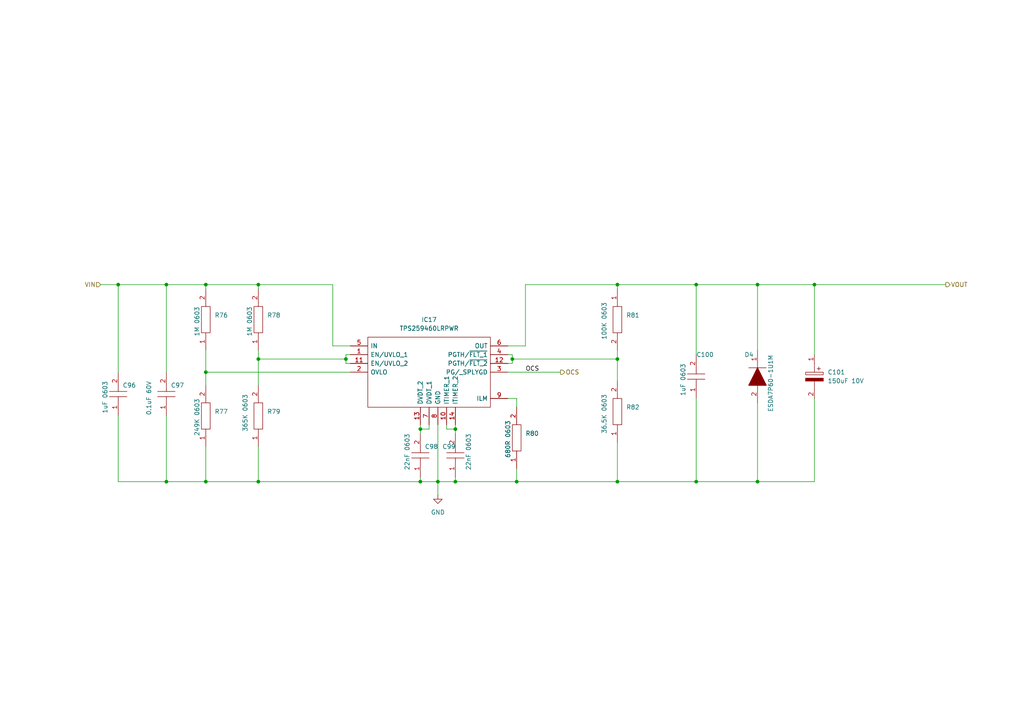
<source format=kicad_sch>
(kicad_sch (version 20211123) (generator eeschema)
  (paper "A4")
  (lib_symbols
    (symbol "cf33pwr:06035C104K4Z2A" (pin_names (offset 0.762))
      (property "Reference" "C" (at 8.89 6.35 0))
      (property "Value" "06035C104K4Z2A" (at 8.89 3.81 0))
      (symbol "06035C104K4Z2A_0_0"
        (pin passive line (at 0 0 0) (length 5.08) (name "~") (number "1"))
        (pin passive line (at 12.7 0 180) (length 5.08) (name "~") (number "2"))
      )
      (symbol "06035C104K4Z2A_0_1"
        (polyline (pts (xy 5.08 0) (xy 5.588 0)) (stroke (width 0.1524)))
        (polyline (pts (xy 5.588 2.54) (xy 5.588 -2.54)) (stroke (width 0.1524)))
        (polyline (pts (xy 7.112 0) (xy 7.62 0)) (stroke (width 0.1524)))
        (polyline (pts (xy 7.112 2.54) (xy 7.112 -2.54)) (stroke (width 0.1524)))
      )
    )
    (symbol "cf33pwr:06035C105KAT2A" (pin_names (offset 0.762))
      (property "Reference" "C" (at 8.89 6.35 0))
      (property "Value" "06035C105KAT2A" (at 8.89 3.81 0))
      (symbol "06035C105KAT2A_0_0"
        (pin passive line (at 0 0 0) (length 5.08) (name "~") (number "1"))
        (pin passive line (at 12.7 0 180) (length 5.08) (name "~") (number "2"))
      )
      (symbol "06035C105KAT2A_0_1"
        (polyline (pts (xy 5.08 0) (xy 5.588 0)) (stroke (width 0.1524)))
        (polyline (pts (xy 5.588 2.54) (xy 5.588 -2.54)) (stroke (width 0.1524)))
        (polyline (pts (xy 7.112 0) (xy 7.62 0)) (stroke (width 0.1524)))
        (polyline (pts (xy 7.112 2.54) (xy 7.112 -2.54)) (stroke (width 0.1524)))
      )
    )
    (symbol "cf33pwr:885382206003" (pin_names (offset 0.762))
      (property "Reference" "C" (at 8.89 6.35 0))
      (property "Value" "885382206003" (at 8.89 3.81 0))
      (symbol "885382206003_0_0"
        (pin passive line (at 0 0 0) (length 5.08) (name "~") (number "1"))
        (pin passive line (at 12.7 0 180) (length 5.08) (name "~") (number "2"))
      )
      (symbol "885382206003_0_1"
        (polyline (pts (xy 5.08 0) (xy 5.588 0)) (stroke (width 0.1524)))
        (polyline (pts (xy 5.588 2.54) (xy 5.588 -2.54)) (stroke (width 0.1524)))
        (polyline (pts (xy 7.112 0) (xy 7.62 0)) (stroke (width 0.1524)))
        (polyline (pts (xy 7.112 2.54) (xy 7.112 -2.54)) (stroke (width 0.1524)))
      )
    )
    (symbol "cf33pwr:CR0603-FX-3652ELF" (pin_names (offset 0.762))
      (property "Reference" "R" (at 13.97 6.35 0))
      (property "Value" "CR0603-FX-3652ELF" (at 13.97 3.81 0))
      (symbol "CR0603-FX-3652ELF_0_0"
        (pin passive line (at 0 0 0) (length 5.08) (name "~") (number "1"))
        (pin passive line (at 17.78 0 180) (length 5.08) (name "~") (number "2"))
      )
      (symbol "CR0603-FX-3652ELF_0_1"
        (polyline (pts (xy 5.08 1.27) (xy 12.7 1.27) (xy 12.7 -1.27) (xy 5.08 -1.27) (xy 5.08 1.27)) (stroke (width 0.1524)))
      )
    )
    (symbol "cf33pwr:CRCW0603249KFKEB" (pin_names (offset 0.762))
      (property "Reference" "R" (at 13.97 6.35 0))
      (property "Value" "CRCW0603249KFKEB" (at 13.97 3.81 0))
      (symbol "CRCW0603249KFKEB_0_0"
        (pin passive line (at 0 0 0) (length 5.08) (name "~") (number "1"))
        (pin passive line (at 17.78 0 180) (length 5.08) (name "~") (number "2"))
      )
      (symbol "CRCW0603249KFKEB_0_1"
        (polyline (pts (xy 5.08 1.27) (xy 12.7 1.27) (xy 12.7 -1.27) (xy 5.08 -1.27) (xy 5.08 1.27)) (stroke (width 0.1524)))
      )
    )
    (symbol "cf33pwr:ESDA7P60-1U1M" (pin_names (offset 0.762))
      (property "Reference" "D" (at 11.43 5.08 0))
      (property "Value" "ESDA7P60-1U1M" (at 11.43 2.54 0))
      (symbol "ESDA7P60-1U1M_0_0"
        (pin passive line (at 0 0 0) (length 5.08) (name "~") (number "1"))
        (pin passive line (at 15.24 0 180) (length 5.08) (name "~") (number "2"))
      )
      (symbol "ESDA7P60-1U1M_0_1"
        (polyline (pts (xy 5.08 2.54) (xy 5.08 -2.54)) (stroke (width 0.1524)))
        (polyline (pts (xy 5.08 0) (xy 10.16 2.54) (xy 10.16 -2.54) (xy 5.08 0)) (stroke (width 0.254)) (fill (type outline)))
      )
    )
    (symbol "cf33pwr:RC0603FR-07100KL" (pin_names (offset 0.762))
      (property "Reference" "R" (at 13.97 6.35 0))
      (property "Value" "RC0603FR-07100KL" (at 13.97 3.81 0))
      (symbol "RC0603FR-07100KL_0_0"
        (pin passive line (at 0 0 0) (length 5.08) (name "~") (number "1"))
        (pin passive line (at 17.78 0 180) (length 5.08) (name "~") (number "2"))
      )
      (symbol "RC0603FR-07100KL_0_1"
        (polyline (pts (xy 5.08 1.27) (xy 12.7 1.27) (xy 12.7 -1.27) (xy 5.08 -1.27) (xy 5.08 1.27)) (stroke (width 0.1524)))
      )
    )
    (symbol "cf33pwr:RC0603FR-071ML" (pin_names (offset 0.762))
      (property "Reference" "R" (at 13.97 6.35 0))
      (property "Value" "RC0603FR-071ML" (at 13.97 3.81 0))
      (symbol "RC0603FR-071ML_0_0"
        (pin passive line (at 0 0 0) (length 5.08) (name "~") (number "1"))
        (pin passive line (at 17.78 0 180) (length 5.08) (name "~") (number "2"))
      )
      (symbol "RC0603FR-071ML_0_1"
        (polyline (pts (xy 5.08 1.27) (xy 12.7 1.27) (xy 12.7 -1.27) (xy 5.08 -1.27) (xy 5.08 1.27)) (stroke (width 0.1524)))
      )
    )
    (symbol "cf33pwr:TPS259460LRPWR" (pin_names (offset 0.762))
      (property "Reference" "IC" (at 41.91 7.62 0))
      (property "Value" "TPS259460LRPWR" (at 41.91 5.08 0))
      (symbol "TPS259460LRPWR_0_0"
        (pin passive line (at 0 -2.54 0) (length 5.08) (name "EN/UVLO_1") (number "1"))
        (pin passive line (at 27.94 -22.86 90) (length 5.08) (name "ITIMER_1") (number "10"))
        (pin passive line (at 0 -5.08 0) (length 5.08) (name "EN/UVLO_2") (number "11"))
        (pin passive line (at 45.72 -5.08 180) (length 5.08) (name "PGTH/~{FLT_2}") (number "12"))
        (pin passive line (at 20.32 -22.86 90) (length 5.08) (name "DVDT_2") (number "13"))
        (pin passive line (at 30.48 -22.86 90) (length 5.08) (name "ITIMER_2") (number "14"))
        (pin passive line (at 0 -7.62 0) (length 5.08) (name "OVLO") (number "2"))
        (pin passive line (at 45.72 -7.62 180) (length 5.08) (name "PG/_SPLYGD") (number "3"))
        (pin passive line (at 45.72 -2.54 180) (length 5.08) (name "PGTH/~{FLT_1}") (number "4"))
        (pin passive line (at 0 0 0) (length 5.08) (name "IN") (number "5"))
        (pin passive line (at 45.72 0 180) (length 5.08) (name "OUT") (number "6"))
        (pin passive line (at 22.86 -22.86 90) (length 5.08) (name "DVDT_1") (number "7"))
        (pin passive line (at 25.4 -22.86 90) (length 5.08) (name "GND") (number "8"))
        (pin passive line (at 45.72 -15.24 180) (length 5.08) (name "ILM") (number "9"))
      )
      (symbol "TPS259460LRPWR_0_1"
        (polyline (pts (xy 5.08 2.54) (xy 40.64 2.54) (xy 40.64 -17.78) (xy 5.08 -17.78) (xy 5.08 2.54)) (stroke (width 0.1524)))
      )
    )
    (symbol "global_lib:10TPB150MGL" (pin_names (offset 0.762))
      (property "Reference" "C" (at 8.89 6.35 0))
      (property "Value" "10TPB150MGL" (at 8.89 3.81 0))
      (symbol "10TPB150MGL_0_0"
        (pin passive line (at 0 0 0) (length 2.54) (name "~") (number "1"))
        (pin passive line (at 12.7 0 180) (length 2.54) (name "~") (number "2"))
      )
      (symbol "10TPB150MGL_0_1"
        (polyline (pts (xy 2.54 0) (xy 5.08 0)) (stroke (width 0.1524)))
        (polyline (pts (xy 4.064 1.778) (xy 4.064 0.762)) (stroke (width 0.1524)))
        (polyline (pts (xy 4.572 1.27) (xy 3.556 1.27)) (stroke (width 0.1524)))
        (polyline (pts (xy 7.62 0) (xy 10.16 0)) (stroke (width 0.1524)))
        (polyline (pts (xy 5.08 2.54) (xy 5.08 -2.54) (xy 5.842 -2.54) (xy 5.842 2.54) (xy 5.08 2.54)) (stroke (width 0.1524)))
        (polyline (pts (xy 7.62 2.54) (xy 7.62 -2.54) (xy 6.858 -2.54) (xy 6.858 2.54) (xy 7.62 2.54)) (stroke (width 0.254)) (fill (type outline)))
      )
    )
    (symbol "global_lib:CR0603-FX-3653ELF" (pin_names (offset 0.762))
      (property "Reference" "R" (at 13.97 6.35 0))
      (property "Value" "CR0603-FX-3653ELF" (at 13.97 3.81 0))
      (symbol "CR0603-FX-3653ELF_0_0"
        (pin passive line (at 0 0 0) (length 5.08) (name "~") (number "1"))
        (pin passive line (at 17.78 0 180) (length 5.08) (name "~") (number "2"))
      )
      (symbol "CR0603-FX-3653ELF_0_1"
        (polyline (pts (xy 5.08 1.27) (xy 12.7 1.27) (xy 12.7 -1.27) (xy 5.08 -1.27) (xy 5.08 1.27)) (stroke (width 0.1524)))
      )
    )
    (symbol "global_lib:CRGH0603F680R" (pin_names (offset 0.762))
      (property "Reference" "R" (at 13.97 6.35 0))
      (property "Value" "CRGH0603F680R" (at 13.97 3.81 0))
      (symbol "CRGH0603F680R_0_0"
        (pin passive line (at 0 0 0) (length 5.08) (name "~") (number "1"))
        (pin passive line (at 17.78 0 180) (length 5.08) (name "~") (number "2"))
      )
      (symbol "CRGH0603F680R_0_1"
        (polyline (pts (xy 5.08 1.27) (xy 12.7 1.27) (xy 12.7 -1.27) (xy 5.08 -1.27) (xy 5.08 1.27)) (stroke (width 0.1524)))
      )
    )
    (symbol "power:GND" (power) (pin_names (offset 0))
      (property "Value" "GND" (at 0 -3.81 0))
      (symbol "GND_0_1"
        (polyline (pts (xy 0 0) (xy 0 -1.27) (xy 1.27 -1.27) (xy 0 -2.54) (xy -1.27 -1.27) (xy 0 -1.27)))
      )
      (symbol "GND_1_1"
        (pin power_in line (at 0 0 270) (length 0) hide (name "GND") (number "1"))
      )
    )
  )
  (junction (at 149.86 139.7))
  (junction (at 219.71 82.55))
  (junction (at 179.07 104.14))
  (junction (at 34.29 82.55))
  (junction (at 74.93 82.55))
  (junction (at 219.71 139.7))
  (junction (at 127 139.7))
  (junction (at 48.26 139.7))
  (junction (at 132.08 124.46))
  (junction (at 148.59 104.14))
  (junction (at 201.93 139.7))
  (junction (at 179.07 82.55))
  (junction (at 201.93 82.55))
  (junction (at 100.33 104.14))
  (junction (at 179.07 139.7))
  (junction (at 48.26 82.55))
  (junction (at 74.93 104.14))
  (junction (at 236.22 82.55))
  (junction (at 74.93 139.7))
  (junction (at 132.08 139.7))
  (junction (at 59.69 139.7))
  (junction (at 121.92 139.7))
  (junction (at 59.69 107.95))
  (junction (at 59.69 82.55))
  (junction (at 121.92 124.46))
  (wire (pts (xy 74.93 129.54) (xy 74.93 139.7)))
  (wire (pts (xy 121.92 138.43) (xy 121.92 139.7)))
  (wire (pts (xy 179.07 101.6) (xy 179.07 104.14)))
  (wire (pts (xy 74.93 104.14) (xy 100.33 104.14)))
  (wire (pts (xy 148.59 105.41) (xy 148.59 104.14)))
  (wire (pts (xy 179.07 139.7) (xy 149.86 139.7)))
  (wire (pts (xy 236.22 82.55) (xy 236.22 102.87)))
  (wire (pts (xy 236.22 82.55) (xy 274.32 82.55)))
  (wire (pts (xy 34.29 139.7) (xy 48.26 139.7)))
  (wire (pts (xy 179.07 104.14) (xy 179.07 110.49)))
  (wire (pts (xy 219.71 116.84) (xy 219.71 139.7)))
  (wire (pts (xy 149.86 115.57) (xy 147.32 115.57)))
  (wire (pts (xy 179.07 139.7) (xy 201.93 139.7)))
  (wire (pts (xy 149.86 139.7) (xy 132.08 139.7)))
  (wire (pts (xy 121.92 123.19) (xy 121.92 124.46)))
  (wire (pts (xy 179.07 82.55) (xy 179.07 83.82)))
  (wire (pts (xy 59.69 107.95) (xy 59.69 111.76)))
  (wire (pts (xy 74.93 101.6) (xy 74.93 104.14)))
  (wire (pts (xy 148.59 104.14) (xy 148.59 102.87)))
  (wire (pts (xy 148.59 104.14) (xy 179.07 104.14)))
  (wire (pts (xy 74.93 82.55) (xy 74.93 83.82)))
  (wire (pts (xy 59.69 83.82) (xy 59.69 82.55)))
  (wire (pts (xy 179.07 82.55) (xy 201.93 82.55)))
  (wire (pts (xy 101.6 102.87) (xy 100.33 102.87)))
  (wire (pts (xy 100.33 105.41) (xy 101.6 105.41)))
  (wire (pts (xy 201.93 139.7) (xy 219.71 139.7)))
  (wire (pts (xy 148.59 102.87) (xy 147.32 102.87)))
  (wire (pts (xy 34.29 120.65) (xy 34.29 139.7)))
  (wire (pts (xy 201.93 115.57) (xy 201.93 139.7)))
  (wire (pts (xy 149.86 118.11) (xy 149.86 115.57)))
  (wire (pts (xy 48.26 139.7) (xy 59.69 139.7)))
  (wire (pts (xy 127 139.7) (xy 127 143.51)))
  (wire (pts (xy 96.52 100.33) (xy 101.6 100.33)))
  (wire (pts (xy 48.26 82.55) (xy 59.69 82.55)))
  (wire (pts (xy 149.86 135.89) (xy 149.86 139.7)))
  (wire (pts (xy 121.92 124.46) (xy 121.92 125.73)))
  (wire (pts (xy 236.22 115.57) (xy 236.22 139.7)))
  (wire (pts (xy 100.33 102.87) (xy 100.33 104.14)))
  (wire (pts (xy 59.69 82.55) (xy 74.93 82.55)))
  (wire (pts (xy 147.32 105.41) (xy 148.59 105.41)))
  (wire (pts (xy 147.32 107.95) (xy 162.56 107.95)))
  (wire (pts (xy 132.08 138.43) (xy 132.08 139.7)))
  (wire (pts (xy 129.54 124.46) (xy 132.08 124.46)))
  (wire (pts (xy 96.52 82.55) (xy 96.52 100.33)))
  (wire (pts (xy 201.93 82.55) (xy 219.71 82.55)))
  (wire (pts (xy 48.26 82.55) (xy 48.26 107.95)))
  (wire (pts (xy 34.29 82.55) (xy 34.29 107.95)))
  (wire (pts (xy 219.71 82.55) (xy 236.22 82.55)))
  (wire (pts (xy 152.4 100.33) (xy 152.4 82.55)))
  (wire (pts (xy 48.26 120.65) (xy 48.26 139.7)))
  (wire (pts (xy 219.71 139.7) (xy 236.22 139.7)))
  (wire (pts (xy 152.4 82.55) (xy 179.07 82.55)))
  (wire (pts (xy 127 139.7) (xy 121.92 139.7)))
  (wire (pts (xy 59.69 107.95) (xy 101.6 107.95)))
  (wire (pts (xy 132.08 123.19) (xy 132.08 124.46)))
  (wire (pts (xy 59.69 101.6) (xy 59.69 107.95)))
  (wire (pts (xy 219.71 82.55) (xy 219.71 101.6)))
  (wire (pts (xy 59.69 129.54) (xy 59.69 139.7)))
  (wire (pts (xy 74.93 82.55) (xy 96.52 82.55)))
  (wire (pts (xy 152.4 100.33) (xy 147.32 100.33)))
  (wire (pts (xy 74.93 104.14) (xy 74.93 111.76)))
  (wire (pts (xy 121.92 139.7) (xy 74.93 139.7)))
  (wire (pts (xy 59.69 139.7) (xy 74.93 139.7)))
  (wire (pts (xy 127 123.19) (xy 127 139.7)))
  (wire (pts (xy 132.08 124.46) (xy 132.08 125.73)))
  (wire (pts (xy 132.08 139.7) (xy 127 139.7)))
  (wire (pts (xy 129.54 123.19) (xy 129.54 124.46)))
  (wire (pts (xy 29.21 82.55) (xy 34.29 82.55)))
  (wire (pts (xy 124.46 123.19) (xy 124.46 124.46)))
  (wire (pts (xy 179.07 128.27) (xy 179.07 139.7)))
  (wire (pts (xy 34.29 82.55) (xy 48.26 82.55)))
  (wire (pts (xy 100.33 104.14) (xy 100.33 105.41)))
  (wire (pts (xy 121.92 124.46) (xy 124.46 124.46)))
  (wire (pts (xy 201.93 102.87) (xy 201.93 82.55)))
  (label "OCS" (at 152.4 107.95 0))
  (hierarchical_label "VOUT" (shape output) (at 274.32 82.55 0))
  (hierarchical_label "VIN" (shape input) (at 29.21 82.55 180))
  (hierarchical_label "OCS" (shape output) (at 162.56 107.95 0))
  (symbol (lib_id "cf33pwr:06035C105KAT2A") (at 34.29 120.65 90)
    (property "Reference" "C96" (at 35.56 111.76 90) (effects (justify right)))
    (property "Value" "1uF 0603" (at 30.48 110.49 0) (effects (justify right)))
    (property "Footprint" "C_0603_1608Metric" (effects hide))
    (property "Datasheet" "https://componentsearchengine.com/Datasheets/1/06031A100FAT2A.pdf" (effects hide))
    (property "Description" "Multilayer Ceramic Capacitors MLCC - SMD/SMT 1.0UF    50V   10%        0603" (effects hide))
    (property "Height" "0.9" (effects hide))
    (property "Manufacturer_Name" "AVX" (effects hide))
    (property "Manufacturer_Part_Number" "06035C105KAT2A" (effects hide))
    (property "Mouser Part Number" "581-06035C105KAT2A" (effects hide))
    (property "Mouser Price/Stock" "https://www.mouser.co.uk/ProductDetail/AVX/06035C105KAT2A/?qs=%252BdQmOuGyFcGCdIIWh6fU7Q%3D%3D" (effects hide))
    (property "Arrow Part Number" "06035C105KAT2A" (effects hide))
    (property "Arrow Price/Stock" "https://www.arrow.com/en/products/06035c105kat2a/avx" (effects hide))
  )
  (symbol (lib_id "global_lib:10TPB150MGL") (at 236.22 102.87 270)
    (property "Reference" "C101" (at 240.03 107.9499 90) (effects (justify left)))
    (property "Value" "150uF 10V" (at 240.03 110.4899 90) (effects (justify left)))
    (property "Footprint" "10TPB150MGL" (effects hide))
    (property "Datasheet" "https://industrial.panasonic.com/cdbs/www-data/pdf/AAA8000/AAA8000C65.pdf" (effects hide))
    (property "Description" "Tantalum Capacitors - Polymer 10VDC 150uF 20% ESR 55mOhm" (effects hide))
    (property "Height" "3" (effects hide))
    (property "Manufacturer_Name" "Panasonic" (effects hide))
    (property "Manufacturer_Part_Number" "10TPB150MGL" (effects hide))
    (property "Mouser Part Number" "667-10TPB150MGL" (effects hide))
    (property "Mouser Price/Stock" "https://www.mouser.co.uk/ProductDetail/Panasonic/10TPB150MGL?qs=4qgZ1GHix0VE2sQXH4BwGw%3D%3D" (effects hide))
    (property "Arrow Part Number" "10TPB150MGL" (effects hide))
    (property "Arrow Price/Stock" "https://www.arrow.com/en/products/10tpb150mgl/panasonic?region=nac" (effects hide))
  )
  (symbol (lib_id "cf33pwr:RC0603FR-071ML") (at 74.93 101.6 90)
    (property "Reference" "R78" (at 77.47 91.4399 90) (effects (justify right)))
    (property "Value" "1M 0603" (at 72.39 88.9 0) (effects (justify right)))
    (property "Footprint" "R_0603_1608Metric" (effects hide))
    (property "Datasheet" "https://www.yageo.com/upload/media/product/productsearch/datasheet/rchip/PYu-RC_Group_51_RoHS_L_11.pdf" (effects hide))
    (property "Description" "YAGEO (PHYCOMP) - RC0603FR-071ML - RES, THICK FILM, 1M, 1%, 0.1W, 0603" (effects hide))
    (property "Height" "0.55" (effects hide))
    (property "Manufacturer_Name" "YAGEO (PHYCOMP)" (effects hide))
    (property "Manufacturer_Part_Number" "RC0603FR-071ML" (effects hide))
    (property "Mouser Part Number" "603-RC0603FR-071ML" (effects hide))
    (property "Mouser Price/Stock" "https://www.mouser.co.uk/ProductDetail/YAGEO/RC0603FR-071ML?qs=VU8sRB4EgwDPceeQKB324w%3D%3D" (effects hide))
    (property "Arrow Part Number" "RC0603FR-071ML" (effects hide))
    (property "Arrow Price/Stock" "https://www.arrow.com/en/products/rc0603fr-071ml/yageo?region=europe" (effects hide))
  )
  (symbol (lib_id "cf33pwr:RC0603FR-071ML") (at 59.69 101.6 90)
    (property "Reference" "R76" (at 62.23 91.4399 90) (effects (justify right)))
    (property "Value" "1M 0603" (at 57.15 88.9 0) (effects (justify right)))
    (property "Footprint" "R_0603_1608Metric" (effects hide))
    (property "Datasheet" "https://www.yageo.com/upload/media/product/productsearch/datasheet/rchip/PYu-RC_Group_51_RoHS_L_11.pdf" (effects hide))
    (property "Description" "YAGEO (PHYCOMP) - RC0603FR-071ML - RES, THICK FILM, 1M, 1%, 0.1W, 0603" (effects hide))
    (property "Height" "0.55" (effects hide))
    (property "Manufacturer_Name" "YAGEO (PHYCOMP)" (effects hide))
    (property "Manufacturer_Part_Number" "RC0603FR-071ML" (effects hide))
    (property "Mouser Part Number" "603-RC0603FR-071ML" (effects hide))
    (property "Mouser Price/Stock" "https://www.mouser.co.uk/ProductDetail/YAGEO/RC0603FR-071ML?qs=VU8sRB4EgwDPceeQKB324w%3D%3D" (effects hide))
    (property "Arrow Part Number" "RC0603FR-071ML" (effects hide))
    (property "Arrow Price/Stock" "https://www.arrow.com/en/products/rc0603fr-071ml/yageo?region=europe" (effects hide))
  )
  (symbol (lib_id "cf33pwr:885382206003") (at 132.08 138.43 90)
    (property "Reference" "C99" (at 128.27 129.54 90) (effects (justify right)))
    (property "Value" "22nF 0603" (at 135.89 125.73 0) (effects (justify right)))
    (property "Footprint" "C_0603_1608Metric" (effects hide))
    (property "Datasheet" "https://katalog.we-online.com/pbs/datasheet/885382206003.pdf" (effects hide))
    (property "Description" "Multilayer Ceramic Chip Capacitor WCAP-CSST Series 0603 22000pF X7R0603223K050DFCT1S000" (effects hide))
    (property "Height" "0.87" (effects hide))
    (property "Manufacturer_Name" "Wurth Elektronik" (effects hide))
    (property "Manufacturer_Part_Number" "885382206003" (effects hide))
    (property "Mouser Part Number" "710-885382206003" (effects hide))
    (property "Mouser Price/Stock" "https://www.mouser.co.uk/ProductDetail/Wurth-Elektronik/885382206003?qs=0lSvoLzn4L%252B83RgOU%2FBlQw%3D%3D" (effects hide))
  )
  (symbol (lib_id "cf33pwr:CRCW0603249KFKEB") (at 59.69 129.54 90)
    (property "Reference" "R77" (at 62.23 119.38 90) (effects (justify right)))
    (property "Value" "249K 0603" (at 57.15 115.57 0) (effects (justify right)))
    (property "Footprint" "R_0603_1608Metric" (effects hide))
    (property "Datasheet" "http://www.vishay.com/docs/20035/dcrcwe3.pdf" (effects hide))
    (property "Description" "Standard Thick Film Chip Resistors value 249K ohm." (effects hide))
    (property "Height" "0.5" (effects hide))
    (property "Manufacturer_Name" "Vishay" (effects hide))
    (property "Manufacturer_Part_Number" "CRCW0603249KFKEB" (effects hide))
    (property "Mouser Part Number" "71-CRCW0603249KFKEB" (effects hide))
    (property "Mouser Price/Stock" "https://www.mouser.co.uk/ProductDetail/Vishay-Dale/CRCW0603249KFKEB?qs=Od6kYLRtj3nbQPj1iGLW7A%3D%3D" (effects hide))
  )
  (symbol (lib_id "cf33pwr:CR0603-FX-3652ELF") (at 179.07 128.27 90)
    (property "Reference" "R82" (at 181.61 118.1099 90) (effects (justify right)))
    (property "Value" "36.5K 0603" (at 175.26 114.3 0) (effects (justify right)))
    (property "Footprint" "R_0603_1608Metric" (effects hide))
    (property "Datasheet" "https://www.bourns.com/pdfs/chpreztr.pdf" (effects hide))
    (property "Description" "Bourns Chip Resistors CR0603 series 3652" (effects hide))
    (property "Height" "0.55" (effects hide))
    (property "Manufacturer_Name" "Bourns" (effects hide))
    (property "Manufacturer_Part_Number" "CR0603-FX-3652ELF" (effects hide))
  )
  (symbol (lib_id "cf33pwr:RC0603FR-07100KL") (at 179.07 83.82 270)
    (property "Reference" "R81" (at 181.61 91.4399 90) (effects (justify left)))
    (property "Value" "100K 0603" (at 175.26 87.63 0) (effects (justify left)))
    (property "Footprint" "R_0603_1608Metric" (effects hide))
    (property "Datasheet" "https://datasheet.datasheetarchive.com/originals/distributors/Datasheets_SAMA/902f9e387b938f871d31120f5fc1d65e.pdf" (effects hide))
    (property "Description" "YAGEO (PHYCOMP) - RC0603FR-07100KL - RES, THICK FILM, 100K, 1%, 0.1W, 0603" (effects hide))
    (property "Height" "0.55" (effects hide))
    (property "Manufacturer_Name" "YAGEO (PHYCOMP)" (effects hide))
    (property "Manufacturer_Part_Number" "RC0603FR-07100KL" (effects hide))
    (property "Mouser Part Number" "603-RC0603FR-07100KL" (effects hide))
    (property "Mouser Price/Stock" "https://www.mouser.co.uk/ProductDetail/YAGEO/RC0603FR-07100KL?qs=e1ok2LiJcmaihem8Va5%2Fsw%3D%3D" (effects hide))
    (property "Arrow Part Number" "RC0603FR-07100KL" (effects hide))
    (property "Arrow Price/Stock" "https://www.arrow.com/en/products/rc0603fr-07100kl/yageo?region=nac" (effects hide))
  )
  (symbol (lib_id "cf33pwr:TPS259460LRPWR") (at 101.6 100.33 0)
    (property "Reference" "IC17" (at 124.46 92.71 0))
    (property "Value" "TPS259460LRPWR" (at 124.46 95.25 0))
    (property "Footprint" "TPS259460LRPWR" (effects hide))
    (property "Datasheet" "https://www.ti.com/lit/ds/symlink/tps25946.pdf?ts=1644602938325&ref_url=https%253A%252F%252Fwww.ti.com%252Fproduct%252FTPS25946" (effects hide))
    (property "Description" "Hot Swap Voltage Controllers 2.7-V to 23-V, 5.5-A, 28-m? eFuse with bi-directional current support" (effects hide))
    (property "Height" "1" (effects hide))
    (property "Manufacturer_Name" "Texas Instruments" (effects hide))
    (property "Manufacturer_Part_Number" "TPS259460ARPWR" (effects hide))
  )
  (symbol (lib_id "cf33pwr:ESDA7P60-1U1M") (at 219.71 101.6 270)
    (property "Reference" "D4" (at 215.9 102.87 90) (effects (justify left)))
    (property "Value" "ESDA7P60-1U1M" (at 223.52 102.87 0) (effects (justify left)))
    (property "Footprint" "ESDA7P601U1M" (effects hide))
    (property "Datasheet" "https://www.st.com/resource/en/datasheet/esda7p60-1u1m.pdf" (effects hide))
    (property "Description" "STMicroelectronics ESDA7P60-1U1M Uni-Directional TVS Diode, 700W peak, 2-Pin QFN1610" (effects hide))
    (property "Height" "0.6" (effects hide))
    (property "Manufacturer_Name" "STMicroelectronics" (effects hide))
    (property "Manufacturer_Part_Number" "ESDA7P60-1U1M" (effects hide))
    (property "Mouser Part Number" "511-ESDA7P60-1U1M" (effects hide))
    (property "Mouser Price/Stock" "https://www.mouser.co.uk/ProductDetail/STMicroelectronics/ESDA7P60-1U1M?qs=kWQV1gtkNnfgxoDhWqG%2FZA%3D%3D" (effects hide))
    (property "Arrow Part Number" "ESDA7P60-1U1M" (effects hide))
    (property "Arrow Price/Stock" "https://www.arrow.com/en/products/esda7p60-1u1m/stmicroelectronics?region=europe" (effects hide))
  )
  (symbol (lib_id "power:GND") (at 127 143.51 0)
    (property "Reference" "#PWR069" (effects hide))
    (property "Value" "GND" (at 127 148.59 0))
  )
  (symbol (lib_id "global_lib:CR0603-FX-3653ELF") (at 74.93 129.54 90)
    (property "Reference" "R79" (at 77.47 119.3799 90) (effects (justify right)))
    (property "Value" "365K 0603" (at 71.12 114.3 0) (effects (justify right)))
    (property "Footprint" "R_0603_1608Metric" (effects hide))
    (property "Datasheet" "https://www.bourns.com/pdfs/chpreztr.pdf" (effects hide))
    (property "Description" "Thick Film Resistors - SMD 365K ohm 1%" (effects hide))
    (property "Height" "0.55" (effects hide))
    (property "Manufacturer_Name" "Bourns" (effects hide))
    (property "Manufacturer_Part_Number" "CR0603-FX-3653ELF" (effects hide))
    (property "Mouser Part Number" "652-CR0603FX-3653ELF" (effects hide))
    (property "Mouser Price/Stock" "https://www.mouser.co.uk/ProductDetail/Bourns/CR0603-FX-3653ELF?qs=CCIlxZRRv7jw7wJdLGvO9Q%3D%3D" (effects hide))
    (property "Arrow Part Number" "CR0603-FX-3653ELF" (effects hide))
    (property "Arrow Price/Stock" "https://www.arrow.com/en/products/cr0603-fx-3653elf/bourns?region=nac" (effects hide))
  )
  (symbol (lib_id "global_lib:CRGH0603F680R") (at 149.86 135.89 90)
    (property "Reference" "R80" (at 152.4 125.7299 90) (effects (justify right)))
    (property "Value" "680R 0603" (at 147.32 121.92 0) (effects (justify right)))
    (property "Footprint" "R_0603_1608Metric" (effects hide))
    (property "Datasheet" "https://componentsearchengine.com/Datasheets/2/CRGH0603F680R.pdf" (effects hide))
    (property "Description" "TE CONNECTIVITY - CRGH0603F680R - RES, THICK FILM, 680R, 1%, 0.2W, 0603" (effects hide))
    (property "Height" "0.55" (effects hide))
    (property "Manufacturer_Name" "TE Connectivity" (effects hide))
    (property "Manufacturer_Part_Number" "CRGH0603F680R" (effects hide))
  )
  (symbol (lib_id "cf33pwr:885382206003") (at 121.92 138.43 90) (in_bom no)
    (property "Reference" "C98" (at 123.19 129.54 90) (effects (justify right)))
    (property "Value" "22nF 0603" (at 118.11 125.73 0) (effects (justify right)))
    (property "Footprint" "C_0603_1608Metric" (effects hide))
    (property "Datasheet" "https://katalog.we-online.com/pbs/datasheet/885382206003.pdf" (effects hide))
    (property "Description" "Multilayer Ceramic Chip Capacitor WCAP-CSST Series 0603 22000pF X7R0603223K050DFCT1S000" (effects hide))
    (property "Height" "0.87" (effects hide))
    (property "Manufacturer_Name" "Wurth Elektronik" (effects hide))
    (property "Manufacturer_Part_Number" "885382206003" (effects hide))
    (property "Mouser Part Number" "710-885382206003" (effects hide))
    (property "Mouser Price/Stock" "https://www.mouser.co.uk/ProductDetail/Wurth-Elektronik/885382206003?qs=0lSvoLzn4L%252B83RgOU%2FBlQw%3D%3D" (effects hide))
  )
  (symbol (lib_id "cf33pwr:06035C105KAT2A") (at 201.93 115.57 90)
    (property "Reference" "C100" (at 201.93 102.87 90) (effects (justify right)))
    (property "Value" "1uF 0603" (at 198.12 105.41 0) (effects (justify right)))
    (property "Footprint" "C_0603_1608Metric" (effects hide))
    (property "Datasheet" "https://componentsearchengine.com/Datasheets/1/06031A100FAT2A.pdf" (effects hide))
    (property "Description" "Multilayer Ceramic Capacitors MLCC - SMD/SMT 1.0UF    50V   10%        0603" (effects hide))
    (property "Height" "0.9" (effects hide))
    (property "Manufacturer_Name" "AVX" (effects hide))
    (property "Manufacturer_Part_Number" "06035C105KAT2A" (effects hide))
    (property "Mouser Part Number" "581-06035C105KAT2A" (effects hide))
    (property "Mouser Price/Stock" "https://www.mouser.co.uk/ProductDetail/AVX/06035C105KAT2A/?qs=%252BdQmOuGyFcGCdIIWh6fU7Q%3D%3D" (effects hide))
    (property "Arrow Part Number" "06035C105KAT2A" (effects hide))
    (property "Arrow Price/Stock" "https://www.arrow.com/en/products/06035c105kat2a/avx" (effects hide))
  )
  (symbol (lib_id "cf33pwr:06035C104K4Z2A") (at 48.26 120.65 90)
    (property "Reference" "C97" (at 49.53 111.76 90) (effects (justify right)))
    (property "Value" "0.1uF 60V" (at 43.18 110.49 0) (effects (justify right)))
    (property "Footprint" "C_0603_1608Metric" (effects hide))
    (property "Datasheet" "http://datasheets.avx.com/X7RDielectric.pdf" (effects hide))
    (property "Description" "AVX 0603 Standard 100nF Ceramic Multilayer Capacitor, 60 V dc, +125" (effects hide))
    (property "Height" "0.9" (effects hide))
    (property "Manufacturer_Name" "AVX" (effects hide))
    (property "Manufacturer_Part_Number" "06035C104K4Z2A" (effects hide))
    (property "Mouser Part Number" "581-06035C104K4Z2A" (effects hide))
    (property "Mouser Price/Stock" "https://www.mouser.co.uk/ProductDetail/AVX/06035C104K4Z2A?qs=Xu68utgrSJ%252BIWkcA%2FahcwQ%3D%3D" (effects hide))
    (property "Arrow Part Number" "06035C104K4Z2A" (effects hide))
    (property "Arrow Price/Stock" "https://www.arrow.com/en/products/06035c104k4z2a/avx?region=nac" (effects hide))
  )
)
</source>
